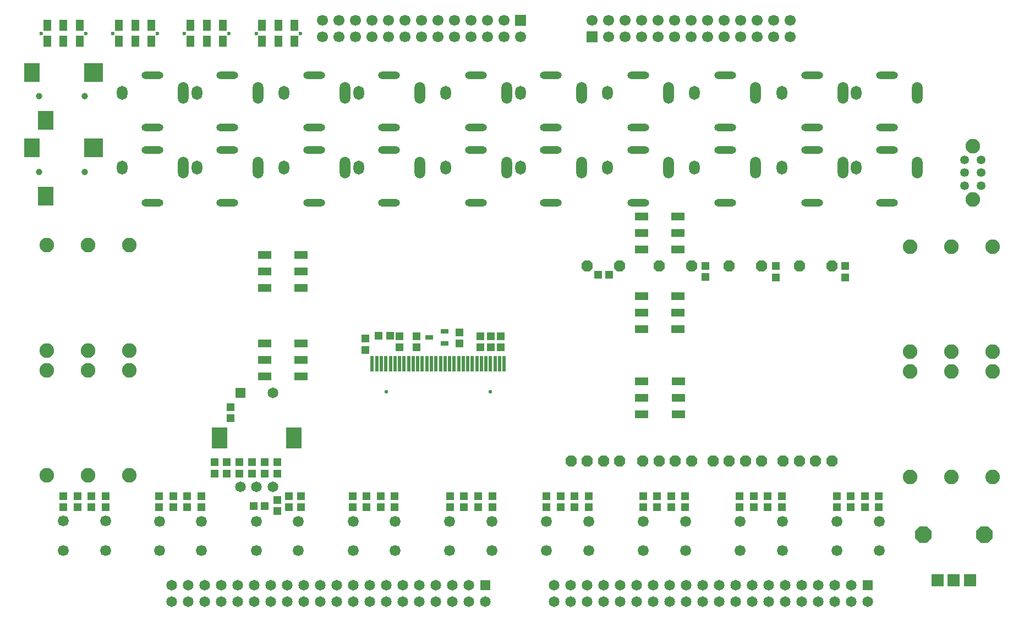
<source format=gbs>
G04*
G04 #@! TF.GenerationSoftware,Altium Limited,Altium Designer,19.0.15 (446)*
G04*
G04 Layer_Color=16711935*
%FSLAX25Y25*%
%MOIN*%
G70*
G01*
G75*
%ADD12C,0.02362*%
%ADD13C,0.08858*%
%ADD14O,0.13189X0.04528*%
%ADD15O,0.06496X0.13189*%
%ADD16O,0.06496X0.08465*%
%ADD17C,0.00591*%
%ADD18C,0.02166*%
%ADD19P,0.07448X8X112.5*%
%ADD20C,0.06693*%
%ADD21R,0.06693X0.06693*%
%ADD22C,0.03937*%
%ADD23C,0.05315*%
%ADD24C,0.06653*%
%ADD25C,0.06496*%
%ADD26R,0.06496X0.06496*%
%ADD27R,0.09646X0.12795*%
%ADD29R,0.07756X0.07756*%
%ADD65R,0.04528X0.02953*%
%ADD66R,0.04921X0.04528*%
%ADD67R,0.04528X0.06890*%
%ADD68R,0.04528X0.04921*%
%ADD69R,0.01969X0.09252*%
%ADD70R,0.07874X0.04528*%
%ADD71R,0.09252X0.11614*%
%ADD72R,0.11614X0.11614*%
%ADD73P,0.11119X8X112.5*%
D12*
X46900Y355118D02*
D03*
X20128D02*
D03*
X3543D02*
D03*
X-23228D02*
D03*
X63485D02*
D03*
X90256D02*
D03*
X106841D02*
D03*
X133613D02*
D03*
D13*
X552937Y225807D02*
D03*
Y161909D02*
D03*
X527937Y225807D02*
D03*
Y161909D02*
D03*
X502937Y225807D02*
D03*
Y161909D02*
D03*
X541079Y286642D02*
D03*
Y254358D02*
D03*
X502937Y86122D02*
D03*
Y150020D02*
D03*
X527937Y86122D02*
D03*
Y150020D02*
D03*
X552937Y86122D02*
D03*
Y150020D02*
D03*
X30043Y150807D02*
D03*
Y86910D02*
D03*
X5043Y150807D02*
D03*
Y86910D02*
D03*
X-19957Y150807D02*
D03*
Y86910D02*
D03*
X30043Y226594D02*
D03*
Y162697D02*
D03*
X5043Y226594D02*
D03*
Y162697D02*
D03*
X-19957Y226594D02*
D03*
Y162697D02*
D03*
D14*
X142126Y284252D02*
D03*
Y252362D02*
D03*
X488977D02*
D03*
Y284252D02*
D03*
X443701D02*
D03*
Y252362D02*
D03*
X44094D02*
D03*
Y284252D02*
D03*
X89370D02*
D03*
Y252362D02*
D03*
X142126Y297835D02*
D03*
Y329724D02*
D03*
X488977D02*
D03*
Y297835D02*
D03*
X443701D02*
D03*
Y329724D02*
D03*
X44094D02*
D03*
Y297835D02*
D03*
X89370D02*
D03*
Y329724D02*
D03*
X285433Y284252D02*
D03*
Y252362D02*
D03*
X390945D02*
D03*
Y284252D02*
D03*
X338189D02*
D03*
Y252362D02*
D03*
X187402D02*
D03*
Y284252D02*
D03*
X240158D02*
D03*
Y252362D02*
D03*
X285433Y297835D02*
D03*
Y329724D02*
D03*
X390945D02*
D03*
Y297835D02*
D03*
X338189D02*
D03*
Y329724D02*
D03*
X187402D02*
D03*
Y297835D02*
D03*
X240158D02*
D03*
Y329724D02*
D03*
D15*
X160630Y273622D02*
D03*
X507480D02*
D03*
X462205D02*
D03*
X62599D02*
D03*
X107874D02*
D03*
X160630Y319094D02*
D03*
X507480D02*
D03*
X462205D02*
D03*
X62599D02*
D03*
X107874D02*
D03*
X303937Y273622D02*
D03*
X409449D02*
D03*
X356693D02*
D03*
X205906D02*
D03*
X258662D02*
D03*
X303937Y319094D02*
D03*
X409449D02*
D03*
X356693D02*
D03*
X205906D02*
D03*
X258662D02*
D03*
D16*
X123622Y273622D02*
D03*
X470473D02*
D03*
X425197D02*
D03*
X25591D02*
D03*
X70866D02*
D03*
X123622Y319094D02*
D03*
X470473D02*
D03*
X425197D02*
D03*
X25591D02*
D03*
X70866D02*
D03*
X266929Y273622D02*
D03*
X372441D02*
D03*
X319685D02*
D03*
X168898D02*
D03*
X221654D02*
D03*
X266929Y319094D02*
D03*
X372441D02*
D03*
X319685D02*
D03*
X168898D02*
D03*
X221654D02*
D03*
D17*
X217118Y124500D02*
D03*
D18*
X248614Y137803D02*
D03*
X185622D02*
D03*
D19*
X455656Y95722D02*
D03*
X445813D02*
D03*
X435971D02*
D03*
X426128D02*
D03*
X455656Y213832D02*
D03*
X435971D02*
D03*
X350932D02*
D03*
X370617D02*
D03*
X341089Y95722D02*
D03*
X350932D02*
D03*
X360773D02*
D03*
X370617D02*
D03*
X327113D02*
D03*
X317270D02*
D03*
X307428D02*
D03*
X297585D02*
D03*
X327113Y213832D02*
D03*
X307428D02*
D03*
X393451D02*
D03*
X413136D02*
D03*
X383608Y95722D02*
D03*
X393451D02*
D03*
X403293D02*
D03*
X413136D02*
D03*
D20*
X420177Y363150D02*
D03*
Y353150D02*
D03*
X430177D02*
D03*
Y363150D02*
D03*
X410177D02*
D03*
Y353150D02*
D03*
X340177Y363150D02*
D03*
Y353150D02*
D03*
X320177D02*
D03*
X330177D02*
D03*
X310177Y363150D02*
D03*
X320177D02*
D03*
X330177D02*
D03*
X350177Y353150D02*
D03*
Y363150D02*
D03*
X370177D02*
D03*
X360177D02*
D03*
X370177Y353150D02*
D03*
X360177D02*
D03*
X380177D02*
D03*
Y363150D02*
D03*
X400177D02*
D03*
Y353150D02*
D03*
X390177D02*
D03*
Y363150D02*
D03*
X186870Y353150D02*
D03*
Y363150D02*
D03*
X176870D02*
D03*
Y353150D02*
D03*
X196870D02*
D03*
Y363150D02*
D03*
X216870D02*
D03*
X206870D02*
D03*
X216870Y353150D02*
D03*
X206870D02*
D03*
X226870D02*
D03*
Y363150D02*
D03*
X246870Y353150D02*
D03*
X256870D02*
D03*
X266870D02*
D03*
X246870Y363150D02*
D03*
X256870D02*
D03*
X236870D02*
D03*
Y353150D02*
D03*
X166870Y363150D02*
D03*
Y353150D02*
D03*
X146870D02*
D03*
Y363150D02*
D03*
X156870D02*
D03*
Y353150D02*
D03*
D21*
X310177D02*
D03*
X266870Y363150D02*
D03*
D22*
X-24606Y316929D02*
D03*
X2953D02*
D03*
X-24606Y271063D02*
D03*
X2953D02*
D03*
D23*
X536158Y262626D02*
D03*
X546000D02*
D03*
Y270500D02*
D03*
X536158D02*
D03*
Y278374D02*
D03*
X546000D02*
D03*
D24*
X458661Y41264D02*
D03*
X484252D02*
D03*
Y58980D02*
D03*
X458661D02*
D03*
X400028Y41264D02*
D03*
X425619D02*
D03*
Y58980D02*
D03*
X400028D02*
D03*
X282762Y41264D02*
D03*
X308352D02*
D03*
Y58980D02*
D03*
X282762D02*
D03*
X224128Y41264D02*
D03*
X249719D02*
D03*
Y58980D02*
D03*
X224128D02*
D03*
X165495Y41264D02*
D03*
X191086D02*
D03*
Y58980D02*
D03*
X165495D02*
D03*
X-10012Y41461D02*
D03*
X15579D02*
D03*
Y59177D02*
D03*
X-10012D02*
D03*
X341395Y41264D02*
D03*
X366985D02*
D03*
Y58980D02*
D03*
X341395D02*
D03*
X106862Y41264D02*
D03*
X132452D02*
D03*
Y58980D02*
D03*
X106862D02*
D03*
X48228Y41264D02*
D03*
X73819D02*
D03*
Y58980D02*
D03*
X48228D02*
D03*
D25*
X55551Y10236D02*
D03*
X65551D02*
D03*
X75551D02*
D03*
X85551D02*
D03*
X95551D02*
D03*
X105551D02*
D03*
X115551D02*
D03*
X125551D02*
D03*
X135551D02*
D03*
X145551D02*
D03*
X155551D02*
D03*
X165551D02*
D03*
X175551D02*
D03*
X185551D02*
D03*
X195551D02*
D03*
X205551D02*
D03*
X215551D02*
D03*
X225551D02*
D03*
X235551D02*
D03*
X245551D02*
D03*
X55551Y20236D02*
D03*
X65551D02*
D03*
X75551D02*
D03*
X85551D02*
D03*
X95551D02*
D03*
X105551D02*
D03*
X115551D02*
D03*
X125551D02*
D03*
X135551D02*
D03*
X145551D02*
D03*
X155551D02*
D03*
X165551D02*
D03*
X175551D02*
D03*
X185551D02*
D03*
X195551D02*
D03*
X205551D02*
D03*
X215551D02*
D03*
X225551D02*
D03*
X235551D02*
D03*
X287421Y10236D02*
D03*
X297421D02*
D03*
X307421D02*
D03*
X317421D02*
D03*
X327421D02*
D03*
X337421D02*
D03*
X347421D02*
D03*
X357421D02*
D03*
X367421D02*
D03*
X377421D02*
D03*
X387421D02*
D03*
X397421D02*
D03*
X407421D02*
D03*
X417421D02*
D03*
X427421D02*
D03*
X437421D02*
D03*
X447421D02*
D03*
X457421D02*
D03*
X467421D02*
D03*
X477421D02*
D03*
X287421Y20236D02*
D03*
X297421D02*
D03*
X307421D02*
D03*
X317421D02*
D03*
X327421D02*
D03*
X337421D02*
D03*
X347421D02*
D03*
X357421D02*
D03*
X367421D02*
D03*
X377421D02*
D03*
X387421D02*
D03*
X397421D02*
D03*
X407421D02*
D03*
X417421D02*
D03*
X427421D02*
D03*
X437421D02*
D03*
X447421D02*
D03*
X457421D02*
D03*
X467421D02*
D03*
X116902Y79972D02*
D03*
X107059D02*
D03*
X97216D02*
D03*
X116902Y137059D02*
D03*
D26*
X245551Y20236D02*
D03*
X477421D02*
D03*
X97216Y137059D02*
D03*
D27*
X129500Y109500D02*
D03*
X84618D02*
D03*
D29*
X519610Y23327D02*
D03*
X529453D02*
D03*
X539296D02*
D03*
D65*
X220971Y174480D02*
D03*
Y167000D02*
D03*
X211522Y170740D02*
D03*
D66*
X230113Y173735D02*
D03*
Y167042D02*
D03*
X204000Y171346D02*
D03*
Y164654D02*
D03*
X249000Y171346D02*
D03*
Y164654D02*
D03*
X242500Y171346D02*
D03*
Y164654D02*
D03*
X173000Y169846D02*
D03*
Y163154D02*
D03*
X193500Y171346D02*
D03*
Y164654D02*
D03*
X255000Y171346D02*
D03*
Y164654D02*
D03*
X463500Y207154D02*
D03*
Y213846D02*
D03*
X379000Y207234D02*
D03*
Y213926D02*
D03*
X421500Y207154D02*
D03*
Y213846D02*
D03*
X89100Y94846D02*
D03*
Y88153D02*
D03*
X111900D02*
D03*
Y94846D02*
D03*
X81500Y94846D02*
D03*
Y88153D02*
D03*
X96700Y88153D02*
D03*
Y94846D02*
D03*
X104300D02*
D03*
Y88153D02*
D03*
X119500Y94846D02*
D03*
Y88153D02*
D03*
X91339Y121653D02*
D03*
Y128347D02*
D03*
X-10012Y74213D02*
D03*
Y67520D02*
D03*
X484083Y74213D02*
D03*
Y67520D02*
D03*
X475553Y67520D02*
D03*
Y74213D02*
D03*
X48059D02*
D03*
Y67520D02*
D03*
X425224Y74213D02*
D03*
Y67520D02*
D03*
X416694Y67520D02*
D03*
Y74213D02*
D03*
X366760Y74213D02*
D03*
Y67520D02*
D03*
X358230Y67520D02*
D03*
Y74213D02*
D03*
X308295Y74213D02*
D03*
Y67520D02*
D03*
X299765Y67520D02*
D03*
Y74213D02*
D03*
X165185D02*
D03*
Y67520D02*
D03*
X224240Y74213D02*
D03*
Y67520D02*
D03*
X349699D02*
D03*
Y74213D02*
D03*
X291235Y67520D02*
D03*
Y74213D02*
D03*
X408164Y67520D02*
D03*
Y74213D02*
D03*
X232770Y67520D02*
D03*
Y74213D02*
D03*
X467022Y67520D02*
D03*
Y74213D02*
D03*
X249831Y74213D02*
D03*
Y67520D02*
D03*
X241301Y67520D02*
D03*
Y74213D02*
D03*
X173715Y67520D02*
D03*
Y74213D02*
D03*
X190776Y74213D02*
D03*
Y67520D02*
D03*
X182245Y67520D02*
D03*
Y74213D02*
D03*
X341169Y67520D02*
D03*
Y74213D02*
D03*
X119500Y65254D02*
D03*
Y71947D02*
D03*
X134000Y74347D02*
D03*
Y67654D02*
D03*
X126500Y67753D02*
D03*
Y74446D02*
D03*
X56589Y67520D02*
D03*
Y74213D02*
D03*
X73650Y74213D02*
D03*
Y67520D02*
D03*
X65119Y67520D02*
D03*
Y74213D02*
D03*
X399634Y67520D02*
D03*
Y74213D02*
D03*
X458661Y67520D02*
D03*
Y74213D02*
D03*
X15579Y74213D02*
D03*
Y67520D02*
D03*
X-1482Y67520D02*
D03*
Y74213D02*
D03*
X7049Y67520D02*
D03*
Y74213D02*
D03*
X282705Y74213D02*
D03*
Y67520D02*
D03*
D67*
X43357Y359842D02*
D03*
X33514D02*
D03*
X23672D02*
D03*
X43357Y350394D02*
D03*
X33514D02*
D03*
X23672D02*
D03*
X0Y359842D02*
D03*
X-9843D02*
D03*
X-19685D02*
D03*
X0Y350394D02*
D03*
X-9843D02*
D03*
X-19685D02*
D03*
X67028D02*
D03*
X76871D02*
D03*
X86713D02*
D03*
X67028Y359842D02*
D03*
X76871D02*
D03*
X86713D02*
D03*
X110385Y350394D02*
D03*
X120227D02*
D03*
X130070D02*
D03*
X110385Y359842D02*
D03*
X120227D02*
D03*
X130070D02*
D03*
D68*
X187847Y171500D02*
D03*
X181154D02*
D03*
X313924Y208500D02*
D03*
X320617D02*
D03*
X105300Y68200D02*
D03*
X111993D02*
D03*
D69*
X257079Y154536D02*
D03*
X254323D02*
D03*
X251567D02*
D03*
X248811D02*
D03*
X246055D02*
D03*
X243299D02*
D03*
X240543D02*
D03*
X237787D02*
D03*
X235031D02*
D03*
X232275D02*
D03*
X229520D02*
D03*
X226764D02*
D03*
X224008D02*
D03*
X221252D02*
D03*
X218496D02*
D03*
X215740D02*
D03*
X212984D02*
D03*
X210228D02*
D03*
X207472D02*
D03*
X204716D02*
D03*
X201961D02*
D03*
X199205D02*
D03*
X196449D02*
D03*
X193693D02*
D03*
X190937D02*
D03*
X188181D02*
D03*
X185425D02*
D03*
X182669D02*
D03*
X179913D02*
D03*
X177157D02*
D03*
D70*
X134126Y220519D02*
D03*
X111882D02*
D03*
X134126Y210519D02*
D03*
X111882D02*
D03*
X134126Y200519D02*
D03*
X111882D02*
D03*
X134126Y167042D02*
D03*
X111882D02*
D03*
X134126Y157042D02*
D03*
X111882D02*
D03*
X134126Y147042D02*
D03*
X111882D02*
D03*
X340448Y124129D02*
D03*
X362692D02*
D03*
X340448Y134129D02*
D03*
X362692D02*
D03*
X340448Y144129D02*
D03*
X362692D02*
D03*
X362472Y195826D02*
D03*
X340228D02*
D03*
X362472Y185826D02*
D03*
X340228D02*
D03*
X362472Y175826D02*
D03*
X340228D02*
D03*
X362472Y243968D02*
D03*
X340228D02*
D03*
X362472Y233968D02*
D03*
X340228D02*
D03*
X362472Y223968D02*
D03*
X340228D02*
D03*
D71*
X-20669Y302362D02*
D03*
X-28937Y331496D02*
D03*
X-20669Y256496D02*
D03*
X-28937Y285630D02*
D03*
D72*
X8465Y331496D02*
D03*
Y285630D02*
D03*
D73*
X510949Y50886D02*
D03*
X547957D02*
D03*
M02*

</source>
